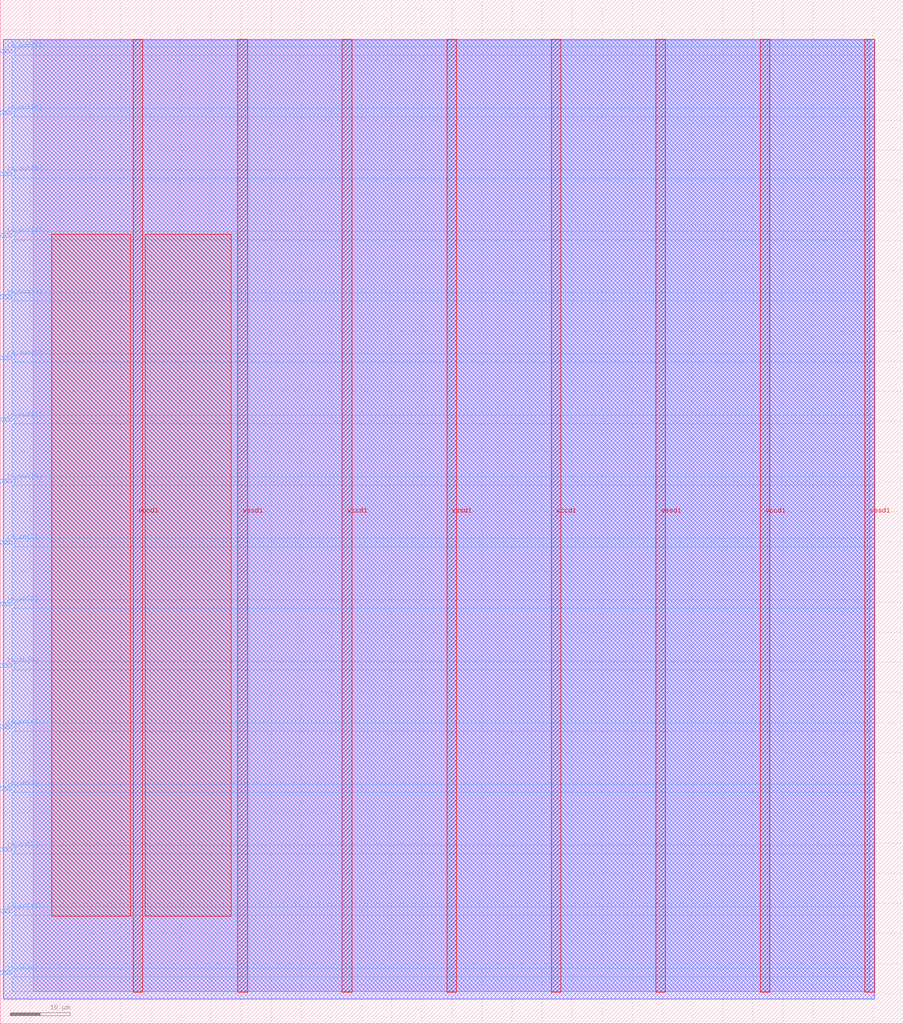
<source format=lef>
VERSION 5.7 ;
  NOWIREEXTENSIONATPIN ON ;
  DIVIDERCHAR "/" ;
  BUSBITCHARS "[]" ;
MACRO regymm_funnyblinky
  CLASS BLOCK ;
  FOREIGN regymm_funnyblinky ;
  ORIGIN 0.000 0.000 ;
  SIZE 150.000 BY 170.000 ;
  PIN io_in[0]
    DIRECTION INPUT ;
    USE SIGNAL ;
    PORT
      LAYER met3 ;
        RECT 0.000 8.200 2.000 8.800 ;
    END
  END io_in[0]
  PIN io_in[1]
    DIRECTION INPUT ;
    USE SIGNAL ;
    PORT
      LAYER met3 ;
        RECT 0.000 18.400 2.000 19.000 ;
    END
  END io_in[1]
  PIN io_in[2]
    DIRECTION INPUT ;
    USE SIGNAL ;
    PORT
      LAYER met3 ;
        RECT 0.000 28.600 2.000 29.200 ;
    END
  END io_in[2]
  PIN io_in[3]
    DIRECTION INPUT ;
    USE SIGNAL ;
    PORT
      LAYER met3 ;
        RECT 0.000 38.800 2.000 39.400 ;
    END
  END io_in[3]
  PIN io_in[4]
    DIRECTION INPUT ;
    USE SIGNAL ;
    PORT
      LAYER met3 ;
        RECT 0.000 49.000 2.000 49.600 ;
    END
  END io_in[4]
  PIN io_in[5]
    DIRECTION INPUT ;
    USE SIGNAL ;
    PORT
      LAYER met3 ;
        RECT 0.000 59.200 2.000 59.800 ;
    END
  END io_in[5]
  PIN io_in[6]
    DIRECTION INPUT ;
    USE SIGNAL ;
    PORT
      LAYER met3 ;
        RECT 0.000 69.400 2.000 70.000 ;
    END
  END io_in[6]
  PIN io_in[7]
    DIRECTION INPUT ;
    USE SIGNAL ;
    PORT
      LAYER met3 ;
        RECT 0.000 79.600 2.000 80.200 ;
    END
  END io_in[7]
  PIN io_out[0]
    DIRECTION OUTPUT TRISTATE ;
    USE SIGNAL ;
    PORT
      LAYER met3 ;
        RECT 0.000 89.800 2.000 90.400 ;
    END
  END io_out[0]
  PIN io_out[1]
    DIRECTION OUTPUT TRISTATE ;
    USE SIGNAL ;
    PORT
      LAYER met3 ;
        RECT 0.000 100.000 2.000 100.600 ;
    END
  END io_out[1]
  PIN io_out[2]
    DIRECTION OUTPUT TRISTATE ;
    USE SIGNAL ;
    PORT
      LAYER met3 ;
        RECT 0.000 110.200 2.000 110.800 ;
    END
  END io_out[2]
  PIN io_out[3]
    DIRECTION OUTPUT TRISTATE ;
    USE SIGNAL ;
    PORT
      LAYER met3 ;
        RECT 0.000 120.400 2.000 121.000 ;
    END
  END io_out[3]
  PIN io_out[4]
    DIRECTION OUTPUT TRISTATE ;
    USE SIGNAL ;
    PORT
      LAYER met3 ;
        RECT 0.000 130.600 2.000 131.200 ;
    END
  END io_out[4]
  PIN io_out[5]
    DIRECTION OUTPUT TRISTATE ;
    USE SIGNAL ;
    PORT
      LAYER met3 ;
        RECT 0.000 140.800 2.000 141.400 ;
    END
  END io_out[5]
  PIN io_out[6]
    DIRECTION OUTPUT TRISTATE ;
    USE SIGNAL ;
    PORT
      LAYER met3 ;
        RECT 0.000 151.000 2.000 151.600 ;
    END
  END io_out[6]
  PIN io_out[7]
    DIRECTION OUTPUT TRISTATE ;
    USE SIGNAL ;
    PORT
      LAYER met3 ;
        RECT 0.000 161.200 2.000 161.800 ;
    END
  END io_out[7]
  PIN vccd1
    DIRECTION INOUT ;
    USE POWER ;
    PORT
      LAYER met4 ;
        RECT 22.085 5.200 23.685 163.440 ;
    END
    PORT
      LAYER met4 ;
        RECT 56.815 5.200 58.415 163.440 ;
    END
    PORT
      LAYER met4 ;
        RECT 91.545 5.200 93.145 163.440 ;
    END
    PORT
      LAYER met4 ;
        RECT 126.275 5.200 127.875 163.440 ;
    END
  END vccd1
  PIN vssd1
    DIRECTION INOUT ;
    USE GROUND ;
    PORT
      LAYER met4 ;
        RECT 39.450 5.200 41.050 163.440 ;
    END
    PORT
      LAYER met4 ;
        RECT 74.180 5.200 75.780 163.440 ;
    END
    PORT
      LAYER met4 ;
        RECT 108.910 5.200 110.510 163.440 ;
    END
    PORT
      LAYER met4 ;
        RECT 143.640 5.200 145.240 163.440 ;
    END
  END vssd1
  OBS
      LAYER li1 ;
        RECT 5.520 5.355 144.440 163.285 ;
      LAYER met1 ;
        RECT 0.530 4.120 145.240 163.440 ;
      LAYER met2 ;
        RECT 0.560 4.090 145.210 163.385 ;
      LAYER met3 ;
        RECT 2.000 162.200 145.230 163.365 ;
        RECT 2.400 160.800 145.230 162.200 ;
        RECT 2.000 152.000 145.230 160.800 ;
        RECT 2.400 150.600 145.230 152.000 ;
        RECT 2.000 141.800 145.230 150.600 ;
        RECT 2.400 140.400 145.230 141.800 ;
        RECT 2.000 131.600 145.230 140.400 ;
        RECT 2.400 130.200 145.230 131.600 ;
        RECT 2.000 121.400 145.230 130.200 ;
        RECT 2.400 120.000 145.230 121.400 ;
        RECT 2.000 111.200 145.230 120.000 ;
        RECT 2.400 109.800 145.230 111.200 ;
        RECT 2.000 101.000 145.230 109.800 ;
        RECT 2.400 99.600 145.230 101.000 ;
        RECT 2.000 90.800 145.230 99.600 ;
        RECT 2.400 89.400 145.230 90.800 ;
        RECT 2.000 80.600 145.230 89.400 ;
        RECT 2.400 79.200 145.230 80.600 ;
        RECT 2.000 70.400 145.230 79.200 ;
        RECT 2.400 69.000 145.230 70.400 ;
        RECT 2.000 60.200 145.230 69.000 ;
        RECT 2.400 58.800 145.230 60.200 ;
        RECT 2.000 50.000 145.230 58.800 ;
        RECT 2.400 48.600 145.230 50.000 ;
        RECT 2.000 39.800 145.230 48.600 ;
        RECT 2.400 38.400 145.230 39.800 ;
        RECT 2.000 29.600 145.230 38.400 ;
        RECT 2.400 28.200 145.230 29.600 ;
        RECT 2.000 19.400 145.230 28.200 ;
        RECT 2.400 18.000 145.230 19.400 ;
        RECT 2.000 9.200 145.230 18.000 ;
        RECT 2.400 7.800 145.230 9.200 ;
        RECT 2.000 5.275 145.230 7.800 ;
      LAYER met4 ;
        RECT 8.575 17.855 21.685 131.065 ;
        RECT 24.085 17.855 38.345 131.065 ;
  END
END regymm_funnyblinky
END LIBRARY


</source>
